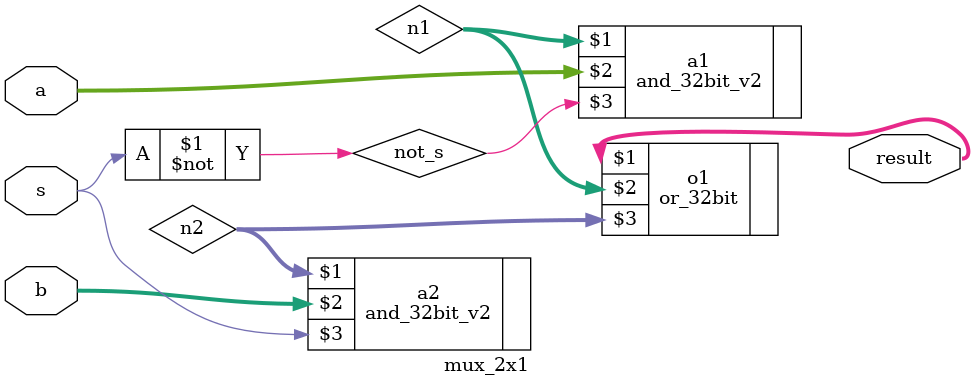
<source format=v>
module mux_2x1(a,b,s,result);
	
input[31:0] a,b;
input s;
output[31:0] result;
wire not_s;
wire [31:0] n1,n2;
	
not(not_s,s);
	
and_32bit_v2 a1(n1,a,not_s);
and_32bit_v2 a2(n2,b,s);
or_32bit o1(result,n1,n2);
	
endmodule
</source>
